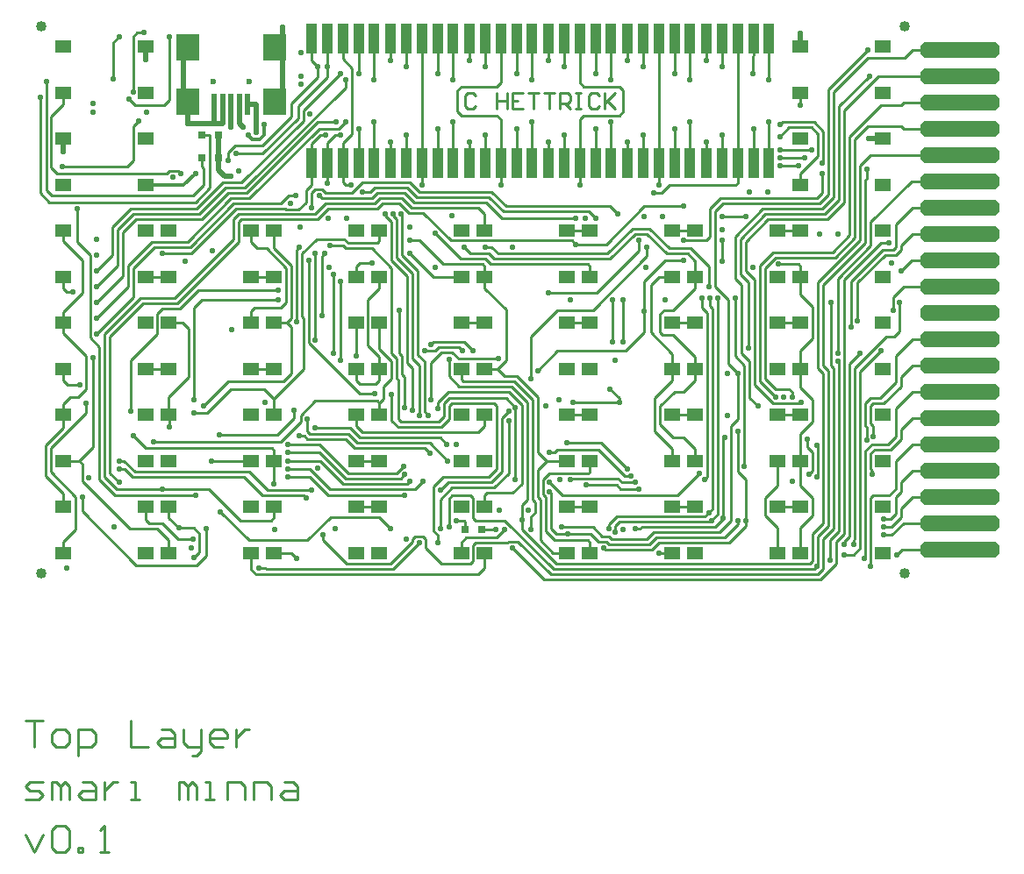
<source format=gtl>
%FSLAX25Y25*%
%MOIN*%
G70*
G01*
G75*
G04 Layer_Physical_Order=1*
G04 Layer_Color=255*
%ADD10R,0.08661X0.09843*%
%ADD11R,0.01969X0.07874*%
%ADD12R,0.06102X0.05118*%
%ADD13C,0.04000*%
G04:AMPARAMS|DCode=14|XSize=60mil|YSize=300mil|CornerRadius=0mil|HoleSize=0mil|Usage=FLASHONLY|Rotation=90.000|XOffset=0mil|YOffset=0mil|HoleType=Round|Shape=Octagon|*
%AMOCTAGOND14*
4,1,8,-0.15000,-0.01500,-0.15000,0.01500,-0.13500,0.03000,0.13500,0.03000,0.15000,0.01500,0.15000,-0.01500,0.13500,-0.03000,-0.13500,-0.03000,-0.15000,-0.01500,0.0*
%
%ADD14OCTAGOND14*%

%ADD15R,0.03150X0.03150*%
%ADD16R,0.03937X0.11811*%
%ADD17C,0.01000*%
%ADD18C,0.02000*%
%ADD19C,0.01200*%
%ADD20C,0.02362*%
%ADD21C,0.02200*%
D10*
X61465Y185126D02*
D03*
X94535D02*
D03*
Y205992D02*
D03*
X61465D02*
D03*
D11*
X71701Y184142D02*
D03*
X74850D02*
D03*
X78000D02*
D03*
X81150D02*
D03*
X84299D02*
D03*
D12*
X94350Y136358D02*
D03*
X125650D02*
D03*
X94350Y118642D02*
D03*
X125650D02*
D03*
X14350Y66358D02*
D03*
X45650D02*
D03*
X14350Y48642D02*
D03*
X45650D02*
D03*
X294350Y206358D02*
D03*
X325650D02*
D03*
X294350Y188642D02*
D03*
X325650D02*
D03*
X294350Y171358D02*
D03*
X325650D02*
D03*
X294350Y153642D02*
D03*
X325650D02*
D03*
X14350Y171358D02*
D03*
X45650D02*
D03*
X14350Y153642D02*
D03*
X45650D02*
D03*
X14350Y206358D02*
D03*
X45650D02*
D03*
X14350Y188642D02*
D03*
X45650D02*
D03*
X14350Y136358D02*
D03*
X45650D02*
D03*
X14350Y118642D02*
D03*
X45650D02*
D03*
X54350Y136358D02*
D03*
X85650D02*
D03*
X54350Y118642D02*
D03*
X85650D02*
D03*
X94350Y31358D02*
D03*
X125650D02*
D03*
X94350Y13642D02*
D03*
X125650D02*
D03*
X134350Y66358D02*
D03*
X165650D02*
D03*
X134350Y48642D02*
D03*
X165650D02*
D03*
X94350Y66358D02*
D03*
X125650D02*
D03*
X94350Y48642D02*
D03*
X125650D02*
D03*
X14350Y101358D02*
D03*
X45650D02*
D03*
X14350Y83642D02*
D03*
X45650D02*
D03*
X54350Y101358D02*
D03*
X85650D02*
D03*
X54350Y83642D02*
D03*
X85650D02*
D03*
X134350Y31358D02*
D03*
X165650D02*
D03*
X134350Y13642D02*
D03*
X165650D02*
D03*
X134350Y101358D02*
D03*
X165650D02*
D03*
X134350Y83642D02*
D03*
X165650D02*
D03*
X134350Y136358D02*
D03*
X165650D02*
D03*
X134350Y118642D02*
D03*
X165650D02*
D03*
X94350Y101358D02*
D03*
X125650D02*
D03*
X94350Y83642D02*
D03*
X125650D02*
D03*
X54350Y31358D02*
D03*
X85650D02*
D03*
X54350Y13642D02*
D03*
X85650D02*
D03*
X174350Y136358D02*
D03*
X205650D02*
D03*
X174350Y118642D02*
D03*
X205650D02*
D03*
X174350Y101358D02*
D03*
X205650D02*
D03*
X174350Y83642D02*
D03*
X205650D02*
D03*
X174350Y66358D02*
D03*
X205650D02*
D03*
X174350Y48642D02*
D03*
X205650D02*
D03*
X174350Y31358D02*
D03*
X205650D02*
D03*
X174350Y13642D02*
D03*
X205650D02*
D03*
X14350Y31358D02*
D03*
X45650D02*
D03*
X14350Y13642D02*
D03*
X45650D02*
D03*
X54350Y66358D02*
D03*
X85650D02*
D03*
X54350Y48642D02*
D03*
X85650D02*
D03*
X214350Y136358D02*
D03*
X245650D02*
D03*
X214350Y118642D02*
D03*
X245650D02*
D03*
X214350Y101358D02*
D03*
X245650D02*
D03*
X214350Y83642D02*
D03*
X245650D02*
D03*
X214350Y66358D02*
D03*
X245650D02*
D03*
X214350Y48642D02*
D03*
X245650D02*
D03*
X214350Y31358D02*
D03*
X245650D02*
D03*
X214350Y13642D02*
D03*
X245650D02*
D03*
X254350Y136358D02*
D03*
X285650D02*
D03*
X254350Y118642D02*
D03*
X285650D02*
D03*
X254350Y101358D02*
D03*
X285650D02*
D03*
X254350Y83642D02*
D03*
X285650D02*
D03*
X254350Y66358D02*
D03*
X285650D02*
D03*
X254350Y48642D02*
D03*
X285650D02*
D03*
X254350Y31358D02*
D03*
X285650D02*
D03*
X254350Y13642D02*
D03*
X285650D02*
D03*
X294350Y136358D02*
D03*
X325650D02*
D03*
X294350Y118642D02*
D03*
X325650D02*
D03*
X294350Y101358D02*
D03*
X325650D02*
D03*
X294350Y83642D02*
D03*
X325650D02*
D03*
X294350Y66358D02*
D03*
X325650D02*
D03*
X294350Y48642D02*
D03*
X325650D02*
D03*
X294350Y31358D02*
D03*
X325650D02*
D03*
X294350Y13642D02*
D03*
X325650D02*
D03*
D13*
X6000Y214000D02*
D03*
X334000Y6000D02*
D03*
X6000D02*
D03*
X334000Y214000D02*
D03*
D14*
X355000Y15000D02*
D03*
Y25000D02*
D03*
Y35000D02*
D03*
Y45000D02*
D03*
Y55000D02*
D03*
Y65000D02*
D03*
Y75000D02*
D03*
Y85000D02*
D03*
Y95000D02*
D03*
Y105000D02*
D03*
Y115000D02*
D03*
Y125000D02*
D03*
Y135000D02*
D03*
Y145000D02*
D03*
Y155000D02*
D03*
Y165000D02*
D03*
Y175000D02*
D03*
Y185000D02*
D03*
Y195000D02*
D03*
Y205000D02*
D03*
D15*
X73248Y164000D02*
D03*
X66752D02*
D03*
Y172500D02*
D03*
X73248D02*
D03*
X173248Y22500D02*
D03*
X166752D02*
D03*
D16*
X108689Y161878D02*
D03*
X114594D02*
D03*
X120500D02*
D03*
X126406D02*
D03*
X132311D02*
D03*
Y209122D02*
D03*
X126406D02*
D03*
X120500D02*
D03*
X114594D02*
D03*
X108689D02*
D03*
X168689D02*
D03*
X174594D02*
D03*
X180500D02*
D03*
X186406D02*
D03*
X192311D02*
D03*
Y161878D02*
D03*
X186406D02*
D03*
X180500D02*
D03*
X174594D02*
D03*
X168689D02*
D03*
X228689D02*
D03*
X234594D02*
D03*
X240500D02*
D03*
X246406D02*
D03*
X252311D02*
D03*
Y209122D02*
D03*
X246406D02*
D03*
X240500D02*
D03*
X234594D02*
D03*
X228689D02*
D03*
X258689D02*
D03*
X264595D02*
D03*
X270500D02*
D03*
X276406D02*
D03*
X282311D02*
D03*
Y161878D02*
D03*
X276406D02*
D03*
X270500D02*
D03*
X264595D02*
D03*
X258689D02*
D03*
X198689D02*
D03*
X204594D02*
D03*
X210500D02*
D03*
X216406D02*
D03*
X222311D02*
D03*
Y209122D02*
D03*
X216406D02*
D03*
X210500D02*
D03*
X204594D02*
D03*
X198689D02*
D03*
X138689D02*
D03*
X144595D02*
D03*
X150500D02*
D03*
X156405D02*
D03*
X162311D02*
D03*
Y161878D02*
D03*
X156405D02*
D03*
X150500D02*
D03*
X144595D02*
D03*
X138689D02*
D03*
D17*
X212000Y191000D02*
X225500D01*
X210500Y192500D02*
X212000Y191000D01*
X210500Y192500D02*
Y209122D01*
X212000Y180000D02*
X225500D01*
X210500Y178500D02*
X212000Y180000D01*
X210500Y161878D02*
Y178500D01*
X180500Y161878D02*
Y178500D01*
X179000Y180000D02*
X180500Y178500D01*
X165500Y180000D02*
X179000D01*
X180500Y192500D02*
Y209122D01*
X179000Y191000D02*
X180500Y192500D01*
X165500Y191000D02*
X179000D01*
X227000Y181500D02*
Y189500D01*
X225500Y180000D02*
X227000Y181500D01*
X225500Y191000D02*
X227000Y189500D01*
X164000Y181500D02*
X165500Y180000D01*
X164000Y181500D02*
Y189500D01*
X165500Y191000D01*
X41000Y163000D02*
Y176000D01*
X43000Y178000D01*
X42298Y211500D02*
X45000D01*
X40798Y210000D02*
X42298Y211500D01*
X40798Y188803D02*
Y210000D01*
X54500Y186000D02*
Y210000D01*
X52500Y184000D02*
X54500Y186000D01*
X41500Y184000D02*
X52500D01*
X39250Y186250D02*
X41500Y184000D01*
X33346Y207846D02*
X35500Y210000D01*
X33346Y193846D02*
Y207846D01*
X9700Y179700D02*
X14350Y184350D01*
X9700Y160300D02*
Y179700D01*
X14350Y184350D02*
Y188642D01*
X38500Y160500D02*
X41000Y163000D01*
X14000Y160500D02*
X38500D01*
X9700Y160300D02*
X12000Y158000D01*
X53500D01*
X54500Y159000D01*
X58000D01*
X59000Y158000D01*
X332500Y176000D02*
X333500Y175000D01*
X320000Y176000D02*
X332500D01*
X315000Y171000D02*
X320000Y176000D01*
X332500Y184000D02*
X333500Y185000D01*
X325000Y184000D02*
X332500D01*
X313000Y172000D02*
X325000Y184000D01*
X63500Y149500D02*
X67500Y153500D01*
X10000Y149500D02*
X63500D01*
X8000Y151500D02*
X10000Y149500D01*
X67500Y153500D02*
Y160000D01*
X66752Y160748D02*
X67500Y160000D01*
X66752Y160748D02*
Y164000D01*
X8000Y151500D02*
Y193000D01*
X5500Y150500D02*
Y187000D01*
Y150500D02*
X9000Y147000D01*
X66752Y172500D02*
X70000D01*
Y152500D02*
Y172500D01*
X64500Y147000D02*
X70000Y152500D01*
X9000Y147000D02*
X64500D01*
X235000Y145500D02*
X250000D01*
X220500Y131000D02*
X235000Y145500D01*
X209000Y131000D02*
X220500D01*
X222000Y145500D02*
X225000Y142500D01*
X207500Y132500D02*
X209000Y131000D01*
X161500Y132500D02*
X207500D01*
X179500Y127500D02*
X194000D01*
X177000Y130000D02*
X179500Y127500D01*
X174500Y130000D02*
X177000D01*
X176000Y127500D02*
X178000Y125500D01*
X169000Y127500D02*
X176000D01*
X166500Y130000D02*
X169000Y127500D01*
X178000Y125500D02*
X222000D01*
X176500Y123500D02*
X213600D01*
X174500Y125500D02*
X176500Y123500D01*
X165236Y125500D02*
X174500D01*
X155618Y135118D02*
X165236Y125500D01*
X158500Y123500D02*
X173500D01*
X149441Y132559D02*
X158500Y123500D01*
X146000Y132559D02*
X149441D01*
X173500Y123500D02*
X174350Y122650D01*
Y118642D02*
Y122650D01*
X154799Y118642D02*
X165650D01*
X146000Y127441D02*
X154799Y118642D01*
X221000Y127500D02*
X230500Y137000D01*
X194000Y127500D02*
X221000D01*
X230500Y137000D02*
X237000D01*
X244500Y129500D01*
X222000Y125500D02*
X231500Y135000D01*
X236000D01*
X243500Y127500D01*
X213600Y123500D02*
X214350Y122750D01*
X68500Y12500D02*
Y23000D01*
X65000Y9000D02*
X68500Y12500D01*
X21500Y29500D02*
Y35000D01*
Y29500D02*
X42000Y9000D01*
X65000D01*
X201000Y18500D02*
X213500D01*
X197500Y22000D02*
X201000Y18500D01*
X197500Y22000D02*
Y35000D01*
X238600Y21600D02*
X263600D01*
X236000Y19000D02*
X238600Y21600D01*
X222500Y19000D02*
X236000D01*
X238000Y15000D02*
X240700Y17700D01*
X220000Y15000D02*
X238000D01*
X219500Y15500D02*
X220000Y15000D01*
X237000Y17000D02*
X239700Y19700D01*
X221500Y17000D02*
X237000D01*
X220500Y18000D02*
X221500Y17000D01*
X263600Y21600D02*
X268000Y26000D01*
X261753Y23500D02*
X265126Y26874D01*
X234000Y23500D02*
X261753D01*
X233500Y23000D02*
X234000Y23500D01*
X265700Y19700D02*
X270500Y24500D01*
X239700Y19700D02*
X265700D01*
X267200Y17700D02*
X273500Y24000D01*
X240700Y17700D02*
X267200D01*
X273500Y24000D02*
Y26000D01*
X270500Y24500D02*
Y26000D01*
Y64500D02*
Y82000D01*
X268000Y62000D02*
X270500Y64500D01*
X268000Y26000D02*
Y62000D01*
X270500Y44500D02*
Y60000D01*
Y44500D02*
X273500Y41500D01*
X221500Y20000D02*
X222500Y19000D01*
X219000Y20000D02*
X221500D01*
X215500Y23500D02*
X219000Y20000D01*
X203500Y23500D02*
X215500D01*
X217500Y18000D02*
X220500D01*
X214500Y21000D02*
X217500Y18000D01*
X206000Y21000D02*
X214500D01*
X201500D02*
X206000D01*
X199500Y23000D02*
X201500Y21000D01*
X199500Y23000D02*
Y36500D01*
X273500Y26000D02*
Y41500D01*
X213500Y18500D02*
X214350Y17650D01*
Y13642D02*
Y17650D01*
X195500Y18500D02*
X200358Y13642D01*
X192000Y27500D02*
X193500Y29000D01*
Y33000D01*
X192000Y22500D02*
Y27500D01*
X199500Y5500D02*
X301000D01*
X187000Y18000D02*
X199500Y5500D01*
X183500Y18000D02*
X187000D01*
X200358Y13642D02*
X205650D01*
X201500Y9500D02*
X298000D01*
X188500Y22500D02*
X201500Y9500D01*
X188500Y22500D02*
Y26300D01*
X200500Y7500D02*
X299500D01*
X182000Y26000D02*
X200500Y7500D01*
X171000Y26000D02*
X182000D01*
X197000Y3500D02*
X302000D01*
X185000Y15500D02*
X197000Y3500D01*
X21500Y41000D02*
Y47500D01*
Y41000D02*
X39500Y23000D01*
X20358Y48642D02*
X21500Y47500D01*
X39500Y23000D02*
X50000D01*
X28000Y41500D02*
X34000Y35500D01*
X28000Y41500D02*
Y92000D01*
X24500Y95500D02*
X28000Y92000D01*
X30000Y42500D02*
X34500Y38000D01*
X30000Y42500D02*
Y97000D01*
X32000Y44000D02*
X35500Y40500D01*
X32000Y44000D02*
Y96000D01*
X83000Y42500D02*
X90000Y35500D01*
X40500Y42500D02*
X83000D01*
X37449Y45551D02*
X40500Y42500D01*
X35500Y45551D02*
X37449D01*
X166500Y94000D02*
X170000Y90500D01*
X155000Y94000D02*
X166500D01*
X154000Y93000D02*
X155000Y94000D01*
X164500Y92000D02*
X166000Y90500D01*
X157000Y92000D02*
X164500D01*
X155500Y90500D02*
X157000Y92000D01*
X162000Y90000D02*
X164500Y87500D01*
X158000Y90000D02*
X162000D01*
X154000Y86000D02*
X158000Y90000D01*
X164500Y87500D02*
X179500D01*
X154000Y72000D02*
Y86000D01*
X151500Y90500D02*
X155500D01*
X174350Y114350D02*
X182500Y106201D01*
Y86784D02*
Y106201D01*
X179358Y83642D02*
X182500Y86784D01*
X147000Y87500D02*
X149500Y85000D01*
Y66000D02*
Y85000D01*
X149000Y89000D02*
X151500Y86500D01*
Y67500D02*
Y86500D01*
Y67500D02*
X153000Y66000D01*
X156500Y71000D02*
X160500Y75000D01*
X156500Y68500D02*
Y71000D01*
X125500Y88500D02*
Y101500D01*
X159000Y70500D02*
X161000Y72500D01*
X159000Y65500D02*
Y70500D01*
X157000Y63500D02*
X159000Y65500D01*
X161000Y69500D02*
X162000Y70500D01*
X161000Y64500D02*
Y69500D01*
X158000Y61500D02*
X161000Y64500D01*
X142500Y63500D02*
X157000D01*
X141500Y61500D02*
X158000D01*
X174350Y61850D02*
Y66358D01*
X172000Y59500D02*
X174350Y61850D01*
X128000Y59500D02*
X172000D01*
X78000Y76000D02*
X90701D01*
X69000Y67000D02*
X78000Y76000D01*
X90701D02*
X94350Y72350D01*
X77000Y79000D02*
X98000D01*
X67500Y69500D02*
X77000Y79000D01*
X67000Y110000D02*
X96000D01*
X64000Y107000D02*
X67000Y110000D01*
X64000Y72000D02*
Y107000D01*
X65500Y113500D02*
X96000D01*
X58500Y106500D02*
X65500Y113500D01*
X52000Y106500D02*
X58500D01*
X81000Y132000D02*
Y139500D01*
X57500Y108500D02*
X81000Y132000D01*
X44500Y108500D02*
X57500D01*
X79000Y133000D02*
Y140500D01*
X56500Y110500D02*
X79000Y133000D01*
X43500Y110500D02*
X56500D01*
X78000Y148500D02*
X85000D01*
X77000Y150500D02*
X84000D01*
X76000Y152500D02*
X83253D01*
X75000Y154500D02*
X82000D01*
X121500Y190747D02*
Y193500D01*
X83253Y152500D02*
X121500Y190747D01*
X111000Y177500D02*
X118000D01*
X84000Y150500D02*
X111000Y177500D01*
X111500Y175000D02*
X119000D01*
X85000Y148500D02*
X111500Y175000D01*
X105500Y178000D02*
Y182000D01*
X82000Y154500D02*
X105500Y178000D01*
X103500Y179000D02*
Y183500D01*
X90000Y165500D02*
X103500Y179000D01*
X80000Y165500D02*
X90000D01*
X112000Y172500D02*
X114000D01*
X108689Y169189D02*
X112000Y172500D01*
X108689Y161878D02*
Y169189D01*
X101000Y184500D02*
X111000Y194500D01*
X101000Y179500D02*
Y184500D01*
X90000Y168500D02*
X101000Y179500D01*
X79500Y168500D02*
X90000D01*
X77000Y166000D02*
X79500Y168500D01*
X77000Y163000D02*
Y166000D01*
X103500Y183500D02*
X114594Y194595D01*
Y198500D01*
X105500Y182000D02*
X119500Y196000D01*
X100000Y149500D02*
X102500D01*
X97000Y146500D02*
X100000Y149500D01*
X114594Y154095D02*
Y161878D01*
X121500Y153500D02*
X123500D01*
X120500Y154500D02*
X121500Y153500D01*
X120500Y154500D02*
Y161878D01*
X128000Y154500D02*
X146000D01*
X124000Y150500D02*
X128000Y154500D01*
X114000Y150500D02*
X124000D01*
X132500Y152500D02*
X145000D01*
X131000Y151000D02*
X132500Y152500D01*
X128000Y151000D02*
X131000D01*
X133500Y150500D02*
X144000D01*
X131500Y148500D02*
X133500Y150500D01*
X112500Y148500D02*
X131500D01*
X134500D02*
X143000D01*
X132500Y146500D02*
X134500Y148500D01*
X114000Y146500D02*
X132500D01*
X135500D02*
X142000D01*
X133500Y144500D02*
X135500Y146500D01*
X115000Y144500D02*
X133500D01*
X112500Y152000D02*
X114000Y150500D01*
X110000Y152000D02*
X112500D01*
X111500Y149500D02*
X112500Y148500D01*
X117500Y172500D02*
X119500D01*
X114594Y169595D02*
X117500Y172500D01*
X114594Y161878D02*
Y169595D01*
X111000Y194500D02*
Y198500D01*
X19500Y132000D02*
Y144500D01*
X79000Y146500D02*
X97000D01*
X98800Y144200D02*
X103700D01*
X98500Y144500D02*
X98800Y144200D01*
X80000Y144500D02*
X98500D01*
X63000Y127500D02*
X80000Y144500D01*
X81000Y142500D02*
X110000D01*
X79000Y140500D02*
X81000Y142500D01*
X110000D02*
X114000Y146500D01*
X108689Y153689D02*
Y161878D01*
X106500Y151500D02*
X108689Y153689D01*
X106500Y147000D02*
Y151500D01*
X103700Y144200D02*
X106500Y147000D01*
X14350Y132150D02*
X21500Y125000D01*
Y112500D02*
Y125000D01*
X14350Y105350D02*
X21500Y112500D01*
X14350Y114150D02*
Y118642D01*
Y114150D02*
X15500Y113000D01*
X18000D01*
X14350Y132150D02*
Y136358D01*
X24500Y95500D02*
Y127000D01*
X19500Y132000D02*
X24500Y127000D01*
X14350Y101358D02*
Y105350D01*
X20000Y73000D02*
X23000Y76000D01*
X17000Y73000D02*
X20000D01*
X14350Y70350D02*
X17000Y73000D01*
X23000Y76000D02*
Y88500D01*
X14350Y97150D02*
X23000Y88500D01*
X14350Y97150D02*
Y101358D01*
X9500Y53500D02*
X23000Y67000D01*
Y70748D01*
X20358Y48642D02*
X25500Y53784D01*
Y88000D01*
X14350Y79150D02*
Y83642D01*
Y79150D02*
X16000Y77500D01*
X20500D01*
X14350Y66358D02*
Y70350D01*
X91500Y7500D02*
X139500D01*
X91000Y8000D02*
X91500Y7500D01*
X88500Y8000D02*
X91000D01*
X87500Y5500D02*
X172000D01*
X85650Y7350D02*
X87500Y5500D01*
X85650Y7350D02*
Y13642D01*
X107000Y18500D02*
X115800Y27300D01*
X84909Y18500D02*
X107000D01*
X74000Y29409D02*
X84909Y18500D01*
X115800Y27300D02*
X134401D01*
X65000Y144500D02*
X75000Y154500D01*
X33000Y137500D02*
X40000Y144500D01*
X65000D01*
X33000Y127000D02*
Y137500D01*
X35000Y136500D02*
X41000Y142500D01*
X66000D02*
X76000Y152500D01*
X41000Y142500D02*
X66000D01*
X35000Y123000D02*
Y136500D01*
X67000Y140500D02*
X77000Y150500D01*
X42000Y140500D02*
X67000D01*
X37000Y135500D02*
X42000Y140500D01*
X37000Y119000D02*
Y135500D01*
X61500Y132000D02*
X78000Y148500D01*
X39000Y123000D02*
X48000Y132000D01*
X61500D01*
X39000Y115000D02*
Y123000D01*
X62500Y130000D02*
X79000Y146500D01*
X41000Y122000D02*
X49000Y130000D01*
X62500D01*
X41000Y111000D02*
Y122000D01*
X52000Y127500D02*
X63000D01*
X108689Y200811D02*
X111000Y198500D01*
X119000Y175000D02*
X121500Y177500D01*
X120500Y201500D02*
X124000Y198000D01*
X120500Y169500D02*
X124000Y173000D01*
X120500Y201500D02*
Y209122D01*
X124000Y173000D02*
Y198000D01*
X120500Y161878D02*
Y169500D01*
X30000Y97000D02*
X43500Y110500D01*
X32000Y96000D02*
X44500Y108500D01*
X37299Y48701D02*
X41500Y44500D01*
X35500Y48701D02*
X37299D01*
X173248Y22500D02*
X178500D01*
X294350Y184000D02*
Y188642D01*
X27000Y121000D02*
X33000Y127000D01*
X27000Y115000D02*
X35000Y123000D01*
X27000Y115000D02*
X27000Y115000D01*
X27000D02*
X27000D01*
X108500Y150500D02*
X110000Y152000D01*
X108500Y145000D02*
Y150500D01*
X27000Y109000D02*
X37000Y119000D01*
X27000Y103000D02*
X39000Y115000D01*
X27000Y97000D02*
X41000Y111000D01*
X233000Y128500D02*
Y132500D01*
X217000Y112500D02*
X233000Y128500D01*
X198500Y112500D02*
X217000D01*
X236000Y126500D02*
Y130000D01*
X215500Y106000D02*
X236000Y126500D01*
X202000Y106000D02*
X215500D01*
X243500Y127500D02*
X251500D01*
X244500Y129500D02*
X252500D01*
X182500Y145500D02*
X222000D01*
X319500Y156000D02*
Y159500D01*
X300500Y8500D02*
X301000Y9000D01*
Y20000D01*
X305000Y24000D01*
Y83000D01*
X303000Y85000D02*
X305000Y83000D01*
X303000Y85000D02*
Y115500D01*
X319000Y131500D01*
Y155500D01*
X319500Y156000D01*
X302500Y162000D02*
X303000Y162500D01*
Y174000D01*
X299500Y177500D02*
X303000Y174000D01*
X317000Y161000D02*
X321000Y165000D01*
X317000Y132500D02*
Y161000D01*
X301000Y116500D02*
X317000Y132500D01*
X315000Y133500D02*
Y171000D01*
X307500Y126000D02*
X315000Y133500D01*
X313000Y134500D02*
Y172000D01*
X306500Y128000D02*
X313000Y134500D01*
X311000Y182000D02*
X324000Y195000D01*
X311000Y147000D02*
Y182000D01*
X304500Y140500D02*
X311000Y147000D01*
X298500Y175500D02*
X301000Y173000D01*
Y164500D02*
Y173000D01*
X294350Y157850D02*
X301000Y164500D01*
X287500Y177500D02*
X299500D01*
X286500Y176500D02*
X287500Y177500D01*
X294350Y153642D02*
Y157850D01*
X290000Y175500D02*
X298500D01*
X286500Y172000D02*
X290000Y175500D01*
X111000Y140500D02*
X115000Y144500D01*
X82000Y140500D02*
X111000D01*
X102000Y65000D02*
Y68000D01*
X95500Y58500D02*
X102000Y65000D01*
X73500Y58500D02*
X95500D01*
X110000Y71500D02*
X133500D01*
X104500Y66000D02*
X110000Y71500D01*
X104500Y63500D02*
Y66000D01*
X97000Y56000D02*
X104500Y63500D01*
X48701Y56000D02*
X97000D01*
X107000Y57000D02*
X121500D01*
X105850Y58150D02*
X107000Y57000D01*
X104000Y58150D02*
X105850D01*
X99500Y55000D02*
X111500D01*
X107000Y59999D02*
X108000Y58999D01*
X122501D01*
X107000Y59999D02*
Y64449D01*
X105500Y83500D02*
Y103000D01*
X94350Y72350D02*
X105500Y83500D01*
X94350Y66358D02*
Y72350D01*
X98000Y79000D02*
X101000Y82000D01*
X273000Y46500D02*
Y85000D01*
X269500Y88500D02*
X273000Y85000D01*
X269500Y88500D02*
Y110500D01*
X267000Y85500D02*
X270500Y82000D01*
X267000Y85500D02*
Y110000D01*
X265000Y57000D02*
X265500Y57500D01*
X262000Y115000D02*
X267000Y110000D01*
X272000Y89500D02*
Y115500D01*
X269500Y118000D02*
X272000Y115500D01*
X269500Y118000D02*
Y134000D01*
X274500Y91500D02*
Y116500D01*
X271500Y119500D02*
X274500Y116500D01*
X271500Y119500D02*
Y133000D01*
X277000Y77500D02*
Y117500D01*
X273500Y121000D02*
X277000Y117500D01*
X273500Y121000D02*
Y132000D01*
X272000Y89500D02*
X275000Y86500D01*
Y72591D02*
Y86500D01*
Y72591D02*
X278091Y69500D01*
X277000Y77500D02*
X284000Y70500D01*
X282311Y161878D02*
Y177500D01*
X252311Y161878D02*
Y177500D01*
X222311Y161878D02*
Y177500D01*
X192311Y161878D02*
Y177500D01*
X162311Y161878D02*
Y177500D01*
X132311Y161878D02*
Y177500D01*
X276406Y161878D02*
Y175000D01*
X246406Y161878D02*
Y175000D01*
X216406Y161878D02*
Y175000D01*
X186406Y161878D02*
Y175000D01*
X156405Y161878D02*
Y175000D01*
X126406Y161878D02*
Y175000D01*
X264595Y161878D02*
Y172500D01*
X234594Y161878D02*
Y172500D01*
X204594Y161878D02*
Y172500D01*
X174594Y161878D02*
Y172500D01*
X282300Y193500D02*
Y209100D01*
X252311Y193500D02*
Y209122D01*
X222311Y193500D02*
Y209122D01*
X192311Y193500D02*
Y209122D01*
X162311Y193500D02*
Y209122D01*
X132311Y193500D02*
Y209122D01*
X276401Y196099D02*
X276406Y209122D01*
X246406Y196000D02*
Y209122D01*
X216406Y196000D02*
Y209122D01*
X186406Y196000D02*
Y209122D01*
X156405Y196000D02*
Y209122D01*
X126406Y196000D02*
Y209122D01*
X114594Y198500D02*
Y209122D01*
X264595Y198500D02*
Y209122D01*
X234594Y198500D02*
Y209122D01*
X204594Y198500D02*
Y209122D01*
X174594Y198500D02*
Y209122D01*
X144595Y198500D02*
Y209122D01*
X108689Y200811D02*
Y209122D01*
X258689Y201000D02*
Y209122D01*
X228689Y201000D02*
Y209122D01*
X198689Y201000D02*
Y209122D01*
X168689Y201000D02*
Y209122D01*
X245650Y83642D02*
Y89350D01*
X237500Y97500D02*
X245650Y89350D01*
X237500Y97500D02*
Y115500D01*
X235000Y97500D02*
Y105500D01*
X228000Y90500D02*
X235000Y97500D01*
X202000Y90500D02*
X228000D01*
X94350Y129650D02*
Y136358D01*
Y129650D02*
X101000Y123000D01*
X126902Y74098D02*
X132402D01*
X107500Y93500D02*
X126902Y74098D01*
X107500Y93500D02*
Y124882D01*
X307000Y189000D02*
X320000Y202000D01*
X321000Y165000D02*
X350000D01*
X282000Y140500D02*
X304500D01*
X309000Y148000D02*
Y183500D01*
X303500Y142500D02*
X309000Y148000D01*
X281000Y142500D02*
X303500D01*
X307000Y149000D02*
Y189000D01*
X302500Y144500D02*
X307000Y149000D01*
X280000Y144500D02*
X302500D01*
X305000Y150000D02*
Y190000D01*
X301500Y146500D02*
X305000Y150000D01*
X302500Y150500D02*
Y158000D01*
X300500Y148500D02*
X302500Y150500D01*
X258500Y132500D02*
X260000Y134000D01*
X250000Y132500D02*
X258500D01*
X305000Y190000D02*
X320000Y205000D01*
X286500Y167000D02*
X298500D01*
X286500Y164000D02*
X296000D01*
X286500Y161000D02*
X293500D01*
X269500Y134000D02*
X280000Y144500D01*
X271500Y133000D02*
X281000Y142500D01*
X273500Y132000D02*
X282000Y140500D01*
X309000Y183500D02*
X320500Y195000D01*
X151000Y20000D02*
X152000Y19000D01*
X148000Y20000D02*
X151000D01*
X147000Y19000D02*
X148000Y20000D01*
X303000Y25000D02*
Y82000D01*
X299000Y21000D02*
X303000Y25000D01*
X299000Y10500D02*
Y21000D01*
X285650Y13642D02*
Y23350D01*
X281000Y28000D02*
X285650Y23350D01*
X281000Y28000D02*
Y34500D01*
X299000Y28000D02*
Y34500D01*
X294350Y23350D02*
X299000Y28000D01*
X294350Y13642D02*
Y23350D01*
Y39150D02*
X299000Y34500D01*
X294350Y39150D02*
Y48642D01*
X285650Y39150D02*
Y48642D01*
X281000Y34500D02*
X285650Y39150D01*
X324500Y72500D02*
X330500Y78500D01*
X321000Y72500D02*
X324500D01*
X332000Y98000D02*
Y109000D01*
X330000Y96000D02*
X332000Y98000D01*
X327000Y96000D02*
X330000D01*
X315000Y84000D02*
X327000Y96000D01*
X330500Y127000D02*
X332500Y129000D01*
X326500Y127000D02*
X330500D01*
X316000Y116500D02*
X326500Y127000D01*
X325000Y131500D02*
X328000D01*
X311000Y117500D02*
X325000Y131500D01*
X329500Y129000D02*
X330500Y130000D01*
X325500Y129000D02*
X329500D01*
X333500Y115000D02*
X350000D01*
X329500Y111000D02*
X333500Y115000D01*
X329500Y106000D02*
Y111000D01*
X317000Y82500D02*
X325000Y90500D01*
X317000Y15500D02*
Y82500D01*
X313000Y85500D02*
X317000Y89500D01*
X313000Y20000D02*
Y85500D01*
X306000Y85000D02*
Y109000D01*
X315000Y19000D02*
Y84000D01*
X264500Y141500D02*
X273500D01*
X284000Y128000D02*
X306500D01*
X279000Y123000D02*
X284000Y128000D01*
X279000Y79000D02*
Y123000D01*
Y79000D02*
X285000Y73000D01*
X281000Y122000D02*
X285000Y126000D01*
X281000Y80000D02*
Y122000D01*
Y80000D02*
X285000Y76000D01*
Y126000D02*
X307500D01*
X151000Y143000D02*
X161500Y132500D01*
X145500Y143000D02*
X151000D01*
X142500Y142500D02*
X143000Y142000D01*
Y127000D02*
Y142000D01*
Y127000D02*
X149000Y121000D01*
Y89000D02*
Y121000D01*
X139500Y142000D02*
X141000Y140500D01*
Y126000D02*
Y140500D01*
Y126000D02*
X147000Y120000D01*
Y87500D02*
Y120000D01*
X145000Y86000D02*
Y119000D01*
X139000Y125000D02*
X145000Y119000D01*
X139000Y125000D02*
Y139500D01*
X136500Y142000D02*
X139000Y139500D01*
X112500Y126441D02*
X113500Y127441D01*
X112500Y104000D02*
Y126441D01*
X121000Y133000D02*
X122500Y131500D01*
X110500Y133000D02*
X121000D01*
X105000Y127500D02*
X110500Y133000D01*
X121500Y129500D02*
X131500D01*
X120500Y130500D02*
X121500Y129500D01*
X115500Y130500D02*
X120500D01*
X131500Y129500D02*
X139000Y122000D01*
X133600Y131500D02*
X134350Y132250D01*
X122500Y131500D02*
X133600D01*
X134350Y132250D02*
Y136358D01*
X110000Y94500D02*
Y127441D01*
X105000Y103500D02*
X105500Y103000D01*
X105000Y103500D02*
Y127500D01*
X103000Y129000D02*
X104000Y130000D01*
X103000Y101500D02*
Y129000D01*
X101000Y103000D02*
Y123000D01*
X214350Y118642D02*
Y122750D01*
X181000Y141000D02*
X209000D01*
X270500Y154404D02*
Y161878D01*
X294350Y118642D02*
Y122750D01*
X293600Y123500D02*
X294350Y122750D01*
X286000Y123500D02*
X293600D01*
X324000Y195000D02*
X350000D01*
X313500Y117000D02*
X325500Y129000D01*
X254350Y83642D02*
Y88150D01*
X246000Y96500D02*
X254350Y88150D01*
X242000Y96500D02*
X246000D01*
X241000Y97500D02*
X242000Y96500D01*
X241000Y97500D02*
Y104500D01*
X242500Y106000D01*
X246000D02*
X254350Y114350D01*
X242500Y106000D02*
X246000D01*
X64000Y67000D02*
X69000D01*
X93600Y53500D02*
X94350Y52750D01*
X45500Y53500D02*
X93600D01*
X40850Y58150D02*
X45500Y53500D01*
X94350Y48642D02*
Y52750D01*
X81500Y26000D02*
X93100D01*
X69500Y38000D02*
X81500Y26000D01*
X51850Y38000D02*
X69500D01*
X158000Y9500D02*
X169000D01*
X152000Y15500D02*
X158000Y9500D01*
X152000Y15500D02*
Y19000D01*
X169000Y9500D02*
X170000Y10500D01*
Y16599D01*
X156500Y17500D02*
Y20500D01*
X155000Y22000D02*
X156500Y20500D01*
X155000Y22000D02*
Y39000D01*
X93100Y26000D02*
X94350Y27250D01*
X92000Y37500D02*
X108000D01*
X85000Y44500D02*
X92000Y37500D01*
X41500Y44500D02*
X85000D01*
X108000Y42500D02*
X115000Y35500D01*
X99500Y42500D02*
X108000D01*
X115000Y35500D02*
X144000D01*
X115500Y38000D02*
X148000D01*
X107949Y45551D02*
X115500Y38000D01*
X99500Y45551D02*
X107949D01*
X120500Y40000D02*
X145000D01*
X111799Y48701D02*
X120500Y40000D01*
X99500Y48701D02*
X111799D01*
X121500Y42000D02*
X142500D01*
X111650Y51850D02*
X121500Y42000D01*
X99500Y51850D02*
X111650D01*
X160500Y75000D02*
X183500D01*
X161000Y72500D02*
X182500D01*
X162000Y70500D02*
X178000D01*
X147000Y68000D02*
Y84000D01*
X122500Y44000D02*
X141000D01*
X111500Y55000D02*
X122500Y44000D01*
X121500Y57000D02*
X125000Y53500D01*
X151500D01*
X153500Y51500D01*
Y55500D02*
X160299Y48701D01*
X126000Y55500D02*
X153500D01*
X122501Y58999D02*
X126000Y55500D01*
X127000Y57500D02*
X157500D01*
X123201Y61299D02*
X127000Y57500D01*
X110000Y61299D02*
X123201D01*
X94350Y27250D02*
Y31358D01*
Y40000D02*
Y48642D01*
X66000Y14000D02*
Y21000D01*
X64000Y12000D02*
X66000Y14000D01*
X19000Y22500D02*
Y35000D01*
X14350Y17850D02*
X19000Y22500D01*
X14350Y13642D02*
Y17850D01*
X34000Y35500D02*
X64449D01*
X34500Y38000D02*
X51850D01*
X291083Y73000D02*
Y74917D01*
X290000Y76000D02*
X291083Y74917D01*
X285000Y76000D02*
X290000D01*
X284000Y70500D02*
X294001D01*
X194500Y52000D02*
Y73000D01*
X186500Y81000D02*
X194500Y73000D01*
X182000Y81000D02*
X186500D01*
X192500Y34000D02*
Y72000D01*
X185500Y79000D02*
X192500Y72000D01*
X166200Y79000D02*
X185500D01*
X179358Y83642D02*
X182000Y81000D01*
X174350Y83642D02*
X179358D01*
X194500Y52000D02*
X197858Y48642D01*
X222047Y76047D02*
X225500Y72594D01*
Y71000D02*
Y72594D01*
X208000Y71000D02*
X225500D01*
X184500Y77000D02*
X190500Y71000D01*
X164500Y77000D02*
X184500D01*
X188500Y40000D02*
Y70000D01*
X183500Y75000D02*
X188500Y70000D01*
X182500Y72500D02*
X186000Y69000D01*
Y41500D02*
Y69000D01*
X181000Y44500D02*
Y65000D01*
X183500Y67500D01*
Y44000D02*
Y64000D01*
X157500Y57500D02*
X160000Y55000D01*
X321500Y43500D02*
Y45000D01*
X321000Y45500D02*
X321500Y45000D01*
X321000Y45500D02*
Y51500D01*
X301000Y43000D02*
Y54000D01*
X300500Y42500D02*
X301000Y43000D01*
X297500Y43500D02*
X299000Y45000D01*
X300500Y54500D02*
X301000Y54000D01*
X319500Y56500D02*
Y61500D01*
X319000Y62000D02*
X319500Y61500D01*
X319000Y62000D02*
Y70500D01*
X321000Y72500D01*
Y63000D02*
X322000Y62000D01*
X321000Y63000D02*
Y69500D01*
X322000Y58000D02*
Y62000D01*
X327500Y55000D02*
X330500Y58000D01*
X321500Y55000D02*
X327500D01*
X319000Y52500D02*
X321500Y55000D01*
X319000Y12000D02*
Y52500D01*
X328500Y53000D02*
X332500Y57000D01*
X322500Y53000D02*
X328500D01*
X321000Y51500D02*
X322500Y53000D01*
X328000Y35500D02*
X330500Y38000D01*
Y35000D02*
X332500Y37000D01*
X321000Y34500D02*
X322000Y35500D01*
X321000Y8500D02*
Y34500D01*
X322000Y35500D02*
X328000D01*
X330500Y28500D02*
Y35000D01*
X301000Y84000D02*
X303000Y82000D01*
X294350Y90650D02*
X299000Y95299D01*
X294350Y111850D02*
X299000Y107201D01*
Y95299D02*
Y107201D01*
X294350Y76500D02*
X299000Y71850D01*
X307000Y23000D02*
Y84000D01*
X285650Y31358D02*
X294350D01*
X326000Y20500D02*
X329000D01*
X328800Y23500D02*
X332500Y27200D01*
X326000Y23500D02*
X328800D01*
X333500Y25000D02*
X350000D01*
X329000Y20500D02*
X333500Y25000D01*
X331000Y13000D02*
X333000Y15000D01*
X326000Y26500D02*
X328500D01*
X333000Y15000D02*
X350000D01*
X318500Y11500D02*
X319000Y12000D01*
X242882Y124882D02*
X250000D01*
X245650Y101358D02*
X254350D01*
X245650Y136358D02*
X254350D01*
X180500Y153500D02*
Y161878D01*
X210500Y153500D02*
Y161878D01*
X240500Y153500D02*
Y161878D01*
X150500Y153500D02*
Y161878D01*
X270500D02*
Y209122D01*
X294350Y83642D02*
Y90650D01*
X145000Y86000D02*
X147000Y84000D01*
X142000Y89500D02*
X143000Y88500D01*
X142000Y89500D02*
Y106000D01*
X144000Y69000D02*
Y80500D01*
X143000Y81500D02*
X144000Y80500D01*
X143000Y81500D02*
Y88500D01*
X141500Y64500D02*
Y79500D01*
X141000Y80000D02*
X141500Y79500D01*
X141000Y80000D02*
Y87500D01*
X139000Y89500D02*
X141000Y87500D01*
X139000Y89500D02*
Y122000D01*
Y80000D02*
Y86500D01*
X134350Y91150D02*
X139000Y86500D01*
X134350Y91150D02*
Y101358D01*
X142000Y146500D02*
X145500Y143000D01*
X174350Y136358D02*
Y142650D01*
X172000Y145000D02*
X174350Y142650D01*
X146500Y145000D02*
X172000D01*
X143000Y148500D02*
X146500Y145000D01*
X175000Y147000D02*
X181000Y141000D01*
X147500Y147000D02*
X175000D01*
X144000Y150500D02*
X147500Y147000D01*
X176000Y149000D02*
X181500Y143500D01*
X148500Y149000D02*
X176000D01*
X145000Y152500D02*
X148500Y149000D01*
X177000Y151000D02*
X182500Y145500D01*
X149500Y151000D02*
X177000D01*
X146000Y154500D02*
X149500Y151000D01*
X117000Y89500D02*
Y119500D01*
X214000Y143500D02*
X216500Y141000D01*
X181500Y143500D02*
X214000D01*
X160748Y80752D02*
X164500Y77000D01*
X165650Y79550D02*
X166200Y79000D01*
X165650Y79550D02*
Y83642D01*
X160748Y80752D02*
Y87252D01*
X136000Y77000D02*
X139000Y80000D01*
X136000Y72299D02*
Y77000D01*
X134350Y70650D02*
X136000Y72299D01*
X200850Y51850D02*
X202000Y53000D01*
X199000Y51850D02*
X200850D01*
X194500Y45284D02*
X197858Y48642D01*
X205650D01*
X179000Y45500D02*
Y69500D01*
X328500Y26500D02*
X330500Y28500D01*
X326000Y70500D02*
X332500Y77000D01*
X322000Y70500D02*
X326000D01*
X321000Y69500D02*
X322000Y70500D01*
X245650Y31358D02*
X254350D01*
X205650D02*
X214350D01*
X126900Y124000D02*
X131500D01*
X125650Y122750D02*
X126900Y124000D01*
X125650Y118642D02*
Y122750D01*
X119500Y87000D02*
Y117000D01*
X101000Y82000D02*
Y99716D01*
X99358Y101358D02*
X101000Y103000D01*
X99000Y109000D02*
Y122000D01*
X97000Y107000D02*
X99000Y109000D01*
X174350Y7850D02*
Y13642D01*
X172000Y5500D02*
X174350Y7850D01*
X40000Y87000D02*
X50000Y97000D01*
X40000Y67500D02*
Y87000D01*
X54350Y101358D02*
X59642D01*
X87000Y107000D02*
X97000D01*
X85650Y105650D02*
X87000Y107000D01*
X85650Y101358D02*
Y105650D01*
X258689Y161878D02*
Y169978D01*
X70600Y48642D02*
X85650D01*
X165650Y13642D02*
Y17750D01*
X9500Y44500D02*
Y53500D01*
X14350Y31358D02*
Y36150D01*
X7500Y43000D02*
X14350Y36150D01*
X7500Y43000D02*
Y54500D01*
X14350Y61350D02*
Y66358D01*
X7500Y54500D02*
X14350Y61350D01*
X50000Y23000D02*
X54350Y18650D01*
X14350Y48642D02*
X20358D01*
X54350Y13642D02*
Y18650D01*
X45650Y26350D02*
X47000Y25000D01*
X45650Y26350D02*
Y31358D01*
X54500Y61500D02*
Y66209D01*
X125650Y31358D02*
X134350D01*
X285650Y66358D02*
X294350D01*
X245650D02*
X254350D01*
X205650D02*
X214350D01*
X165650Y101358D02*
X174350D01*
X205650D02*
X214350D01*
X285650D02*
X294350D01*
X205650Y136358D02*
X214350D01*
X94350Y101358D02*
X99358D01*
X125650Y48642D02*
X134350D01*
X85650Y118642D02*
X94350D01*
X85650Y83642D02*
X94350D01*
X45650D02*
X54350D01*
X134350Y66358D02*
Y70650D01*
X54350Y66358D02*
Y72850D01*
X62000Y80500D01*
Y99000D01*
X63850Y23150D02*
X66000Y21000D01*
X58150Y23150D02*
X63850D01*
X57850D02*
X58150D01*
X54350Y26949D02*
Y31358D01*
Y26949D02*
X58150Y23150D01*
X47000Y25000D02*
X52000D01*
X58000Y19000D01*
X63500D01*
X27000Y97000D02*
X27000D01*
X27000Y97000D02*
X27000Y97000D01*
X240500Y161878D02*
Y209122D01*
X150500Y161878D02*
Y209122D01*
X138689Y201000D02*
Y209122D01*
X228689Y161878D02*
Y169978D01*
X198689Y161878D02*
Y169978D01*
X168689Y161878D02*
Y169978D01*
X144595Y161878D02*
Y172500D01*
X138689Y161878D02*
Y169978D01*
X178000Y70500D02*
X179000Y69500D01*
X134350Y114350D02*
Y118642D01*
X130000Y110000D02*
X134350Y114350D01*
X130000Y92500D02*
Y110000D01*
Y92500D02*
X134350Y88150D01*
X133000Y78000D02*
X134350Y79350D01*
X125650D02*
Y83642D01*
Y79350D02*
X127000Y78000D01*
X133000D01*
X9500Y44500D02*
X19000Y35000D01*
X125650Y61850D02*
Y66358D01*
Y61850D02*
X128000Y59500D01*
X141500Y64500D02*
X142500Y63500D01*
X139000Y64000D02*
Y74000D01*
Y64000D02*
X141500Y61500D01*
X133500Y71500D02*
X134350Y70650D01*
X298000Y9500D02*
X299000Y10500D01*
X305500Y18500D02*
X309000Y22000D01*
X308000Y18000D02*
X311000Y21000D01*
X301000Y5500D02*
X303000Y7500D01*
Y19000D01*
X307000Y23000D01*
X308000Y9500D02*
Y18000D01*
X305500Y11000D02*
Y18500D01*
X299500Y7500D02*
X300500Y8500D01*
X302000Y3500D02*
X308000Y9500D01*
X311000Y17000D02*
Y18000D01*
X313000Y20000D01*
X314500Y17000D02*
Y18500D01*
X315000Y19000D01*
X311000Y13000D02*
X314500D01*
X317000Y15500D01*
X254350Y118642D02*
Y124650D01*
X251500Y127500D02*
X254350Y124650D01*
X99358Y101358D02*
X101000Y99716D01*
X134350Y83642D02*
Y88150D01*
Y79350D02*
Y83642D01*
X294350Y111850D02*
Y118642D01*
Y76500D02*
Y83642D01*
X174350Y114350D02*
Y118642D01*
X59642Y101358D02*
X62000Y99000D01*
X294350Y48642D02*
Y58850D01*
X299000Y63500D01*
Y71850D01*
X297000Y54000D02*
Y57000D01*
Y54000D02*
X299000Y52000D01*
Y45000D02*
Y52000D01*
X258000Y27500D02*
X259500Y29000D01*
X258000Y41500D02*
X259000Y42500D01*
X265000Y27000D02*
Y57000D01*
X308500Y118000D02*
X321000Y130500D01*
Y139500D01*
X309000Y22000D02*
Y86000D01*
X308500Y86500D02*
X309000Y86000D01*
X306000Y85000D02*
X307000Y84000D01*
X301000D02*
Y116500D01*
X308500Y89500D02*
Y118000D01*
X311000Y21000D02*
Y117500D01*
X313500Y99500D02*
Y117000D01*
X223000Y94000D02*
Y110000D01*
X227000Y94000D02*
Y110000D01*
X235000Y105500D02*
Y117000D01*
X242882Y124882D01*
X240642Y118642D02*
X245650D01*
X237500Y115500D02*
X240642Y118642D01*
X245650Y79150D02*
Y83642D01*
X254350Y48642D02*
Y53150D01*
Y79350D02*
Y83642D01*
X241000Y62500D02*
Y69500D01*
X239000Y72500D02*
X245650Y79150D01*
X239000Y60000D02*
Y72500D01*
Y60000D02*
X245650Y53350D01*
Y48642D02*
Y53350D01*
X241000Y62500D02*
X246000Y57500D01*
X250000D01*
X254350Y53150D01*
X241000Y69500D02*
X246500Y75000D01*
X250000D01*
X254350Y79350D01*
X259500Y29000D02*
X261000Y30500D01*
X260000Y25500D02*
X260464Y25964D01*
X263000Y28500D01*
X254350Y114350D02*
Y118642D01*
X264500Y124500D02*
Y132559D01*
X263000Y28500D02*
Y110500D01*
X316000Y102000D02*
Y116500D01*
X260000Y107500D02*
Y110500D01*
Y107500D02*
X261000Y106500D01*
Y30500D02*
Y106500D01*
X257000Y107000D02*
Y110500D01*
Y107000D02*
X259000Y105000D01*
Y42500D02*
Y105000D01*
X333500Y175000D02*
X350000D01*
X285650Y136358D02*
X294350D01*
X259500Y115000D02*
Y122500D01*
X252500Y129500D02*
X259500Y122500D01*
X247500Y35500D02*
X256000Y44000D01*
X224000Y21500D02*
Y24000D01*
X225500Y25500D01*
X260000D01*
X221500Y23000D02*
Y24500D01*
X224500Y27500D01*
X258000D01*
X214350Y44550D02*
Y48642D01*
X205500Y55500D02*
X218500D01*
X228500Y45500D01*
X226500Y40500D02*
X231500D01*
X202000Y53000D02*
X217500D01*
X227500Y43000D01*
X230000D01*
X226000Y38000D02*
X233000D01*
X224500Y39500D02*
X226000Y38000D01*
X225000Y42000D02*
X226500Y40500D01*
X207000Y41500D02*
X207500Y42000D01*
X213800Y44000D02*
X214350Y44550D01*
X207500Y42000D02*
X225000D01*
X213000Y39500D02*
X224500D01*
X165650Y17750D02*
X167400Y19500D01*
X179000D01*
X182000Y22500D01*
X170000Y16599D02*
X170901Y17500D01*
X176000Y42500D02*
X179000Y45500D01*
X185000Y36500D02*
X188500Y40000D01*
X174350Y31358D02*
Y35450D01*
X175400Y36500D01*
X185000D01*
X196500Y41500D02*
X199000Y44000D01*
X213800D01*
X199000Y40500D02*
X204000Y35500D01*
X247500D01*
X196500Y36000D02*
Y41500D01*
X194500Y35000D02*
Y45284D01*
X177000Y40500D02*
X181000Y44500D01*
X178000Y38500D02*
X183500Y44000D01*
X166752Y22500D02*
Y25652D01*
X163700Y26000D02*
X166404D01*
X166752Y25652D01*
X142500Y42000D02*
X144000Y43500D01*
X141000Y44000D02*
X143500Y46500D01*
X157500Y37500D02*
X160500Y40500D01*
X177000D01*
X170000Y27000D02*
X171000Y26000D01*
X192500Y34000D02*
X193500Y33000D01*
X195500Y18500D02*
Y34000D01*
X194500Y35000D02*
X195500Y34000D01*
X196500Y36000D02*
X197500Y35000D01*
X199000Y37000D02*
X199500Y36500D01*
X145000Y40000D02*
X146000Y41000D01*
X148000Y38000D02*
X151000Y41000D01*
X158500Y42500D02*
X176000D01*
X160748Y23500D02*
Y34248D01*
X170000Y27000D02*
Y34500D01*
X160748Y34248D02*
X162000Y35500D01*
X169000D01*
X170000Y34500D01*
X162000Y38500D02*
X178000D01*
X157500Y34000D02*
X162000Y38500D01*
X157500Y23000D02*
Y34000D01*
X155000Y39000D02*
X158500Y42500D01*
X231500Y23000D02*
X233500D01*
X240500Y13642D02*
X245650D01*
X134401Y27300D02*
X138701Y23000D01*
X113000Y18500D02*
Y20500D01*
Y18500D02*
X122000Y9500D01*
X105500Y35500D02*
X106500Y34500D01*
X100858Y13642D02*
X103000Y11500D01*
X94350Y13642D02*
X100858D01*
X90000Y35500D02*
X105500D01*
X122000Y9500D02*
X138500D01*
X147000Y18000D01*
Y19000D01*
X139500Y7500D02*
X149500Y17500D01*
X170901D02*
X183000D01*
X183500Y18000D01*
X188500Y26300D02*
Y32000D01*
X190500Y34000D01*
Y71000D01*
X156000Y135000D02*
Y135118D01*
X85650Y131850D02*
Y136358D01*
Y131850D02*
X88000Y129500D01*
X91500D01*
X99000Y122000D01*
X192000Y80000D02*
Y96000D01*
X202000Y106000D01*
X194500Y83000D02*
X202000Y90500D01*
X333500Y185000D02*
X350000D01*
X81000Y139500D02*
X82000Y140500D01*
X50000Y97000D02*
Y104500D01*
X52000Y106500D01*
X45650Y118642D02*
X54350D01*
X238500Y150500D02*
X241500D01*
X244500Y153500D01*
X269596D02*
X270500Y154404D01*
X244500Y153500D02*
X269596D01*
X260000Y134000D02*
Y144500D01*
X264000Y148500D01*
X300500D01*
X262000Y115000D02*
Y143500D01*
X265000Y146500D01*
X301500D01*
X321000Y139500D02*
X336500Y155000D01*
X350000D01*
X330500Y130000D02*
Y138500D01*
X337000Y145000D01*
X350000D01*
X332500Y129000D02*
Y130500D01*
X337000Y135000D01*
X350000D01*
X332500Y121000D02*
X336500Y125000D01*
X350000D01*
X330500Y78500D02*
Y88500D01*
X337000Y95000D01*
X350000D01*
X332500Y77000D02*
Y80500D01*
X337000Y85000D01*
X350000D01*
X330500Y58000D02*
Y68500D01*
X337000Y75000D01*
X350000D01*
X332500Y57000D02*
Y60500D01*
X337000Y65000D01*
X350000D01*
X330500Y38000D02*
Y48500D01*
X337000Y55000D01*
X350000D01*
X332500Y37000D02*
Y40500D01*
X337000Y45000D01*
X350000D01*
X332500Y27200D02*
Y30500D01*
X337000Y35000D01*
X350000D01*
X320000Y202000D02*
X334000D01*
X337000Y205000D01*
X350000D01*
X170999Y187498D02*
X169999Y188498D01*
X168000D01*
X167000Y187498D01*
Y183500D01*
X168000Y182500D01*
X169999D01*
X170999Y183500D01*
X178996Y188498D02*
Y182500D01*
Y185499D01*
X182995D01*
Y188498D01*
Y182500D01*
X188993Y188498D02*
X184994D01*
Y182500D01*
X188993D01*
X184994Y185499D02*
X186994D01*
X190992Y188498D02*
X194991D01*
X192992D01*
Y182500D01*
X196990Y188498D02*
X200989D01*
X198990D01*
Y182500D01*
X202988D02*
Y188498D01*
X205987D01*
X206987Y187498D01*
Y185499D01*
X205987Y184499D01*
X202988D01*
X204988D02*
X206987Y182500D01*
X208986Y188498D02*
X210986D01*
X209986D01*
Y182500D01*
X208986D01*
X210986D01*
X217984Y187498D02*
X216984Y188498D01*
X214984D01*
X213985Y187498D01*
Y183500D01*
X214984Y182500D01*
X216984D01*
X217984Y183500D01*
X219983Y188498D02*
Y182500D01*
Y184499D01*
X223982Y188498D01*
X220983Y185499D01*
X223982Y182500D01*
X0Y-93335D02*
X3332Y-100000D01*
X6664Y-93335D01*
X9997Y-91669D02*
X11663Y-90003D01*
X14995D01*
X16661Y-91669D01*
Y-98334D01*
X14995Y-100000D01*
X11663D01*
X9997Y-98334D01*
Y-91669D01*
X19994Y-100000D02*
Y-98334D01*
X21660D01*
Y-100000D01*
X19994D01*
X28324D02*
X31656D01*
X29990D01*
Y-90003D01*
X28324Y-91669D01*
X0Y-80000D02*
X4998D01*
X6664Y-78334D01*
X4998Y-76668D01*
X1666D01*
X0Y-75002D01*
X1666Y-73335D01*
X6664D01*
X9997Y-80000D02*
Y-73335D01*
X11663D01*
X13329Y-75002D01*
Y-80000D01*
Y-75002D01*
X14995Y-73335D01*
X16661Y-75002D01*
Y-80000D01*
X21660Y-73335D02*
X24992D01*
X26658Y-75002D01*
Y-80000D01*
X21660D01*
X19994Y-78334D01*
X21660Y-76668D01*
X26658D01*
X29990Y-73335D02*
Y-80000D01*
Y-76668D01*
X31656Y-75002D01*
X33323Y-73335D01*
X34989D01*
X39987Y-80000D02*
X43319D01*
X41653D01*
Y-73335D01*
X39987D01*
X58315Y-80000D02*
Y-73335D01*
X59981D01*
X61647Y-75002D01*
Y-80000D01*
Y-75002D01*
X63313Y-73335D01*
X64979Y-75002D01*
Y-80000D01*
X68311D02*
X71644D01*
X69977D01*
Y-73335D01*
X68311D01*
X76642Y-80000D02*
Y-73335D01*
X81640D01*
X83306Y-75002D01*
Y-80000D01*
X86639D02*
Y-73335D01*
X91637D01*
X93303Y-75002D01*
Y-80000D01*
X98302Y-73335D02*
X101634D01*
X103300Y-75002D01*
Y-80000D01*
X98302D01*
X96635Y-78334D01*
X98302Y-76668D01*
X103300D01*
X0Y-50003D02*
X6664D01*
X3332D01*
Y-60000D01*
X11663D02*
X14995D01*
X16661Y-58334D01*
Y-55002D01*
X14995Y-53335D01*
X11663D01*
X9997Y-55002D01*
Y-58334D01*
X11663Y-60000D01*
X19994Y-63332D02*
Y-53335D01*
X24992D01*
X26658Y-55002D01*
Y-58334D01*
X24992Y-60000D01*
X19994D01*
X39987Y-50003D02*
Y-60000D01*
X46652D01*
X51650Y-53335D02*
X54982D01*
X56648Y-55002D01*
Y-60000D01*
X51650D01*
X49984Y-58334D01*
X51650Y-56668D01*
X56648D01*
X59981Y-53335D02*
Y-58334D01*
X61647Y-60000D01*
X66645D01*
Y-61666D01*
X64979Y-63332D01*
X63313D01*
X66645Y-60000D02*
Y-53335D01*
X74976Y-60000D02*
X71644D01*
X69977Y-58334D01*
Y-55002D01*
X71644Y-53335D01*
X74976D01*
X76642Y-55002D01*
Y-56668D01*
X69977D01*
X79974Y-53335D02*
Y-60000D01*
Y-56668D01*
X81640Y-55002D01*
X83306Y-53335D01*
X84973D01*
D18*
X97563Y186153D02*
Y213563D01*
X75500Y157000D02*
X78043D01*
X73248Y159252D02*
X75500Y157000D01*
X73248Y159252D02*
Y164000D01*
X71701Y177000D02*
X74850D01*
X71701D02*
Y184142D01*
X74850Y177000D02*
Y184142D01*
X61465Y177000D02*
X64500D01*
X61465D02*
Y185126D01*
X64500Y177000D02*
X71701D01*
X81150Y176850D02*
Y184142D01*
Y176850D02*
X82500Y175500D01*
X87500Y173500D02*
Y184142D01*
X84299D02*
X87500D01*
X78000Y175500D02*
Y184142D01*
X73248Y164000D02*
Y172500D01*
X59946Y185645D02*
Y205500D01*
X14350Y166366D02*
Y171358D01*
X320142D02*
X325650D01*
X294350Y206358D02*
Y211350D01*
X45650Y201350D02*
Y206358D01*
D19*
X60000Y153500D02*
X64500Y158000D01*
X45791Y153500D02*
X60000D01*
X86000Y171000D02*
X89000D01*
X84500Y172500D02*
X86000Y171000D01*
X89000D02*
X90543Y172543D01*
Y176543D01*
D20*
X84890Y193000D02*
D03*
X71110D02*
D03*
D21*
X40798Y188803D02*
D03*
X45000Y211500D02*
D03*
X54500Y210000D02*
D03*
X39250Y186250D02*
D03*
X35500Y210000D02*
D03*
X33346Y193846D02*
D03*
X14000Y160500D02*
D03*
X65500Y177000D02*
D03*
X45750Y181250D02*
D03*
X64500Y158000D02*
D03*
X250000Y145500D02*
D03*
X209000Y131000D02*
D03*
X21500Y35000D02*
D03*
X68500Y23000D02*
D03*
X203500Y23500D02*
D03*
X270500Y26000D02*
D03*
X206000Y21000D02*
D03*
X24000Y42402D02*
D03*
X179500Y87500D02*
D03*
X154000Y72000D02*
D03*
X80000Y165500D02*
D03*
X102500Y149500D02*
D03*
X114594Y154095D02*
D03*
X77000Y163000D02*
D03*
X19500Y144500D02*
D03*
X119500Y196000D02*
D03*
X14350Y166366D02*
D03*
X94543Y22500D02*
D03*
X5500Y187000D02*
D03*
X8000Y193000D02*
D03*
X25500Y181250D02*
D03*
X84500Y172500D02*
D03*
X90543Y176543D02*
D03*
X73400Y177000D02*
D03*
X108000Y180500D02*
D03*
X104500Y204000D02*
D03*
X104437Y192000D02*
D03*
Y195000D02*
D03*
X87500Y173500D02*
D03*
X82500Y175500D02*
D03*
X78000D02*
D03*
X97563Y213563D02*
D03*
X59946Y199000D02*
D03*
X61465Y177000D02*
D03*
X15457Y8043D02*
D03*
X294350Y184000D02*
D03*
X59000Y158000D02*
D03*
X233000Y132500D02*
D03*
X198500Y112500D02*
D03*
X319500Y159500D02*
D03*
X302500Y162000D02*
D03*
X286500Y176500D02*
D03*
X121500Y177500D02*
D03*
X286500Y172000D02*
D03*
X55957Y156457D02*
D03*
X78043Y157000D02*
D03*
X100500Y146500D02*
D03*
X81000Y159000D02*
D03*
X71000Y128500D02*
D03*
X108500Y145000D02*
D03*
X102000Y68000D02*
D03*
X104000Y58150D02*
D03*
X99500Y55000D02*
D03*
X107000Y64449D02*
D03*
X163500Y55000D02*
D03*
X273000Y46500D02*
D03*
X52000Y127500D02*
D03*
X118000Y177500D02*
D03*
X121500Y193500D02*
D03*
X274957Y150957D02*
D03*
X282043D02*
D03*
X302500Y158000D02*
D03*
X250000Y132500D02*
D03*
X329000Y124000D02*
D03*
X325000Y90500D02*
D03*
X264500Y141500D02*
D03*
X273500D02*
D03*
X78220Y98720D02*
D03*
X162043Y142043D02*
D03*
X155677Y122323D02*
D03*
X115177Y122323D02*
D03*
X96000Y113500D02*
D03*
X320142Y171358D02*
D03*
X320000Y205000D02*
D03*
X117500Y22900D02*
D03*
X185000Y130000D02*
D03*
X207000Y110000D02*
D03*
X212500Y141000D02*
D03*
X264500Y136500D02*
D03*
X276177Y122323D02*
D03*
X301500Y135000D02*
D03*
X234957Y141543D02*
D03*
X242043D02*
D03*
X146000Y137677D02*
D03*
X328000Y131500D02*
D03*
X235677Y122323D02*
D03*
X243000Y110000D02*
D03*
X144500Y19000D02*
D03*
X91043Y71043D02*
D03*
X74000Y29409D02*
D03*
X138701Y23000D02*
D03*
X110800Y46000D02*
D03*
X99500Y42500D02*
D03*
X63000Y15500D02*
D03*
X33457Y23500D02*
D03*
X319500Y56500D02*
D03*
X224016Y86984D02*
D03*
X197500Y69500D02*
D03*
X202543Y72043D02*
D03*
X160000Y55000D02*
D03*
X332500Y121000D02*
D03*
X329500Y106000D02*
D03*
X297000Y57000D02*
D03*
X297500Y43500D02*
D03*
X300500Y54500D02*
D03*
Y42500D02*
D03*
X286500Y167000D02*
D03*
X296000Y164000D02*
D03*
X306000Y109000D02*
D03*
X326000Y20500D02*
D03*
X311000Y17000D02*
D03*
X314500D02*
D03*
X260000Y110500D02*
D03*
X259500Y115000D02*
D03*
X308500Y89500D02*
D03*
X235000Y105500D02*
D03*
X264500Y124500D02*
D03*
X332000Y109000D02*
D03*
X317000Y89500D02*
D03*
X142000Y106000D02*
D03*
X136500Y142500D02*
D03*
X298500Y167000D02*
D03*
X147000Y68000D02*
D03*
X286500Y164000D02*
D03*
X139500Y142500D02*
D03*
X149500Y66000D02*
D03*
X293500Y161000D02*
D03*
X286500D02*
D03*
X142500Y142500D02*
D03*
X153000Y66000D02*
D03*
X144000Y69000D02*
D03*
X125500Y88500D02*
D03*
X156500Y68500D02*
D03*
X132402Y74098D02*
D03*
X183500Y64000D02*
D03*
X326000Y23500D02*
D03*
X157500Y23000D02*
D03*
X151000Y41000D02*
D03*
X199000Y40500D02*
D03*
X256000Y44000D02*
D03*
X326000Y26500D02*
D03*
X318500Y11500D02*
D03*
X322000Y58000D02*
D03*
X222047Y76047D02*
D03*
X225500Y71000D02*
D03*
X260464Y25964D02*
D03*
X265000Y27000D02*
D03*
X219500Y15500D02*
D03*
X207000Y41500D02*
D03*
X273500Y26000D02*
D03*
X259500Y29000D02*
D03*
X131500Y124000D02*
D03*
X111500Y149500D02*
D03*
X119500Y117000D02*
D03*
Y87000D02*
D03*
X117000Y119500D02*
D03*
Y89500D02*
D03*
X160748Y87252D02*
D03*
X170000Y90500D02*
D03*
X107500Y124882D02*
D03*
X110000Y94500D02*
D03*
Y127441D02*
D03*
X146000Y127441D02*
D03*
X174500Y130000D02*
D03*
X146000Y132559D02*
D03*
X35500Y45551D02*
D03*
X108500Y37500D02*
D03*
X35500Y48701D02*
D03*
X48701Y56000D02*
D03*
X40850Y58150D02*
D03*
X156500Y17500D02*
D03*
X113000Y20500D02*
D03*
X250000Y124882D02*
D03*
X185000Y15500D02*
D03*
X103000Y11500D02*
D03*
X94350Y40000D02*
D03*
X35500Y40500D02*
D03*
X155618Y135118D02*
D03*
X96000Y110000D02*
D03*
X166500Y130000D02*
D03*
X252311Y177500D02*
D03*
X258689Y169978D02*
D03*
X264595Y172500D02*
D03*
X276406Y175000D02*
D03*
X282311Y177500D02*
D03*
X282300Y193500D02*
D03*
X139000Y74000D02*
D03*
X70600Y48642D02*
D03*
X160748Y23500D02*
D03*
X178500Y22500D02*
D03*
X23000Y70748D02*
D03*
X18000Y113000D02*
D03*
X25500Y88000D02*
D03*
X110000Y61299D02*
D03*
X64000Y67000D02*
D03*
Y72000D02*
D03*
X54500Y61500D02*
D03*
X64000Y12000D02*
D03*
X73500Y58500D02*
D03*
X67500Y69500D02*
D03*
X20500Y77500D02*
D03*
X40000Y67500D02*
D03*
X194500Y83000D02*
D03*
X223000Y94000D02*
D03*
X27000Y133000D02*
D03*
Y127000D02*
D03*
Y121000D02*
D03*
Y115000D02*
D03*
Y109000D02*
D03*
Y103000D02*
D03*
X88500Y8000D02*
D03*
X149500Y17500D02*
D03*
X99500Y45551D02*
D03*
Y48701D02*
D03*
Y51850D02*
D03*
X153500Y51500D02*
D03*
X160299Y48701D02*
D03*
X224000Y21500D02*
D03*
X188500Y26300D02*
D03*
X231500Y23000D02*
D03*
X205500Y55500D02*
D03*
X230000Y43000D02*
D03*
X199000Y51850D02*
D03*
X157500Y37500D02*
D03*
X236000Y130000D02*
D03*
X192000Y22500D02*
D03*
X182000D02*
D03*
X63500Y19000D02*
D03*
X58150Y23150D02*
D03*
X64449Y35500D02*
D03*
X51850Y38000D02*
D03*
X27000Y97000D02*
D03*
X258689Y201000D02*
D03*
X264595Y198500D02*
D03*
X276401Y196000D02*
D03*
X252311Y193500D02*
D03*
X246406Y196000D02*
D03*
X234594Y198500D02*
D03*
X228689Y201000D02*
D03*
X222311Y193500D02*
D03*
X216406Y196000D02*
D03*
X204594Y198500D02*
D03*
X198689Y201000D02*
D03*
X192311Y193500D02*
D03*
X186406Y196000D02*
D03*
X174594Y198500D02*
D03*
X168689Y201000D02*
D03*
X162311Y193500D02*
D03*
X156405Y196000D02*
D03*
X144595Y198500D02*
D03*
X138689Y201000D02*
D03*
X132311Y193500D02*
D03*
X126406Y196000D02*
D03*
X114594Y198500D02*
D03*
X111000D02*
D03*
X246406Y175000D02*
D03*
X234594Y172500D02*
D03*
X228689Y169978D02*
D03*
X222311Y177500D02*
D03*
X216406Y175000D02*
D03*
X204594Y172500D02*
D03*
X198689Y169978D02*
D03*
X192311Y177500D02*
D03*
X186406Y175000D02*
D03*
X174594Y172500D02*
D03*
X168689Y169978D02*
D03*
X162311Y177500D02*
D03*
X156405Y175000D02*
D03*
X144595Y172500D02*
D03*
X138689Y169978D02*
D03*
X132311Y177500D02*
D03*
X126406Y175000D02*
D03*
X119500Y172500D02*
D03*
X114000D02*
D03*
X123500Y153500D02*
D03*
X150500D02*
D03*
X180500D02*
D03*
X210500D02*
D03*
X240500D02*
D03*
X238500Y150500D02*
D03*
X209000Y141000D02*
D03*
X216500D02*
D03*
X128000Y151000D02*
D03*
X225000Y142500D02*
D03*
X305500Y11000D02*
D03*
X308500Y86500D02*
D03*
X104000Y130000D02*
D03*
X103000Y101500D02*
D03*
X113500Y127441D02*
D03*
X112500Y104000D02*
D03*
X199000Y37000D02*
D03*
X166000Y90500D02*
D03*
X183500Y67500D02*
D03*
X192000Y80000D02*
D03*
X151500Y90500D02*
D03*
X154000Y93000D02*
D03*
X186000Y41500D02*
D03*
X115500Y130500D02*
D03*
X208000Y71000D02*
D03*
X186000Y69000D02*
D03*
X331000Y13000D02*
D03*
X321500Y43500D02*
D03*
X144000Y35500D02*
D03*
X146000Y41000D02*
D03*
X144000Y43500D02*
D03*
X143500Y46500D02*
D03*
X300500Y8500D02*
D03*
X321000D02*
D03*
X311000Y13000D02*
D03*
X258000Y41500D02*
D03*
X257000Y110500D02*
D03*
X313500Y99500D02*
D03*
X316000Y102000D02*
D03*
X265500Y57500D02*
D03*
X270500Y60000D02*
D03*
Y82000D02*
D03*
X269500Y110500D02*
D03*
X223000Y110000D02*
D03*
X227000Y94000D02*
D03*
Y110000D02*
D03*
X264500Y132559D02*
D03*
X263000Y110500D02*
D03*
X294500Y71000D02*
D03*
X285000Y73000D02*
D03*
X278091Y69500D02*
D03*
X291083Y73000D02*
D03*
X286000Y123500D02*
D03*
X274500Y91500D02*
D03*
X320500Y195000D02*
D03*
X294350Y211350D02*
D03*
X308500Y135000D02*
D03*
X291083Y40917D02*
D03*
X233000Y38000D02*
D03*
X221500Y23000D02*
D03*
X227000Y22500D02*
D03*
X203000Y41500D02*
D03*
X228500Y45500D02*
D03*
X231500Y40500D02*
D03*
X213000Y39500D02*
D03*
X180000Y30000D02*
D03*
X191000D02*
D03*
X163700Y26000D02*
D03*
X104177Y137677D02*
D03*
X114957Y141043D02*
D03*
X122043D02*
D03*
X240500Y13642D02*
D03*
X106500Y34500D02*
D03*
X60701Y124500D02*
D03*
X266500Y82000D02*
D03*
Y66000D02*
D03*
X288000Y73000D02*
D03*
X45650Y201350D02*
D03*
X25500Y184500D02*
D03*
X43000Y178000D02*
D03*
M02*

</source>
